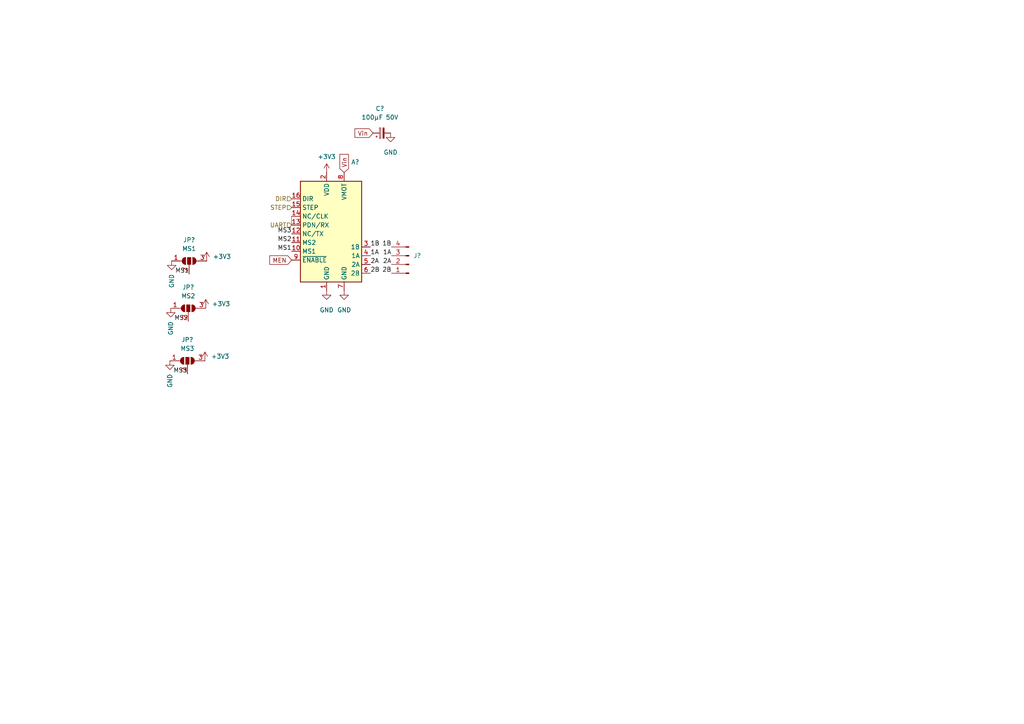
<source format=kicad_sch>
(kicad_sch (version 20211123) (generator eeschema)
  (paper "A4")
  (lib_symbols
    (symbol "Connector:Conn_01x04_Male" (pin_names (offset 1.016) hide)
      (property "Reference" "J" (at 0 5.08 0))
      (property "Value" "Conn_01x04_Male" (at 0 -7.62 0))
      (symbol "Conn_01x04_Male_1_1"
        (polyline (pts (xy 1.27 -5.08) (xy 0.8636 -5.08)) (stroke (width 0.1524)))
        (polyline (pts (xy 1.27 -2.54) (xy 0.8636 -2.54)) (stroke (width 0.1524)))
        (polyline (pts (xy 1.27 0) (xy 0.8636 0)) (stroke (width 0.1524)))
        (polyline (pts (xy 1.27 2.54) (xy 0.8636 2.54)) (stroke (width 0.1524)))
        (rectangle (start 0.8636 -4.953) (end 0 -5.207) (stroke (width 0.1524)) (fill (type outline)))
        (rectangle (start 0.8636 -2.413) (end 0 -2.667) (stroke (width 0.1524)) (fill (type outline)))
        (rectangle (start 0.8636 0.127) (end 0 -0.127) (stroke (width 0.1524)) (fill (type outline)))
        (rectangle (start 0.8636 2.667) (end 0 2.413) (stroke (width 0.1524)) (fill (type outline)))
        (pin passive line (at 5.08 2.54 180) (length 3.81) (name "Pin_1") (number "1"))
        (pin passive line (at 5.08 0 180) (length 3.81) (name "Pin_2") (number "2"))
        (pin passive line (at 5.08 -2.54 180) (length 3.81) (name "Pin_3") (number "3"))
        (pin passive line (at 5.08 -5.08 180) (length 3.81) (name "Pin_4") (number "4"))
      )
    )
    (symbol "Device:C_Polarized_Small" (pin_numbers hide) (pin_names (offset 0.254) hide)
      (property "Reference" "C" (at 0.254 1.778 0))
      (property "Value" "C_Polarized_Small" (at 0.254 -2.032 0))
      (symbol "C_Polarized_Small_0_1"
        (rectangle (start -1.524 -0.3048) (end 1.524 -0.6858) (fill (type outline)))
        (rectangle (start -1.524 0.6858) (end 1.524 0.3048))
        (polyline (pts (xy -1.27 1.524) (xy -0.762 1.524)))
        (polyline (pts (xy -1.016 1.27) (xy -1.016 1.778)))
      )
      (symbol "C_Polarized_Small_1_1"
        (pin passive line (at 0 2.54 270) (length 1.8542) (name "~") (number "1"))
        (pin passive line (at 0 -2.54 90) (length 1.8542) (name "~") (number "2"))
      )
    )
    (symbol "Jumper:SolderJumper_3_Open" (pin_names (offset 0) hide)
      (property "Reference" "JP" (at -2.54 -2.54 0))
      (property "Value" "SolderJumper_3_Open" (at 0 2.794 0))
      (symbol "SolderJumper_3_Open_0_1"
        (arc (start -1.016 1.016) (mid -2.032 0) (end -1.016 -1.016))
        (arc (start -1.016 1.016) (mid -2.032 0) (end -1.016 -1.016) (fill (type outline)))
        (rectangle (start -0.508 1.016) (end 0.508 -1.016) (fill (type outline)))
        (polyline (pts (xy -2.54 0) (xy -2.032 0)))
        (polyline (pts (xy -1.016 1.016) (xy -1.016 -1.016)))
        (polyline (pts (xy 0 -1.27) (xy 0 -1.016)))
        (polyline (pts (xy 1.016 1.016) (xy 1.016 -1.016)))
        (polyline (pts (xy 2.54 0) (xy 2.032 0)))
        (arc (start 1.016 -1.016) (mid 2.032 0) (end 1.016 1.016))
        (arc (start 1.016 -1.016) (mid 2.032 0) (end 1.016 1.016) (fill (type outline)))
      )
      (symbol "SolderJumper_3_Open_1_1"
        (pin passive line (at -5.08 0 0) (length 2.54) (name "A") (number "1"))
        (pin passive line (at 0 -3.81 90) (length 2.54) (name "C") (number "2"))
        (pin passive line (at 5.08 0 180) (length 2.54) (name "B") (number "3"))
      )
    )
    (symbol "TMCSockets:MKS_TMC2208"
      (property "Reference" "A" (at 10.16 19.05 0))
      (property "Value" "MKS_TMC2208" (at 10.16 15.24 0))
      (symbol "MKS_TMC2208_0_1"
        (rectangle (start -8.89 13.97) (end 8.89 -15.24) (stroke (width 0.254)) (fill (type background)))
      )
      (symbol "MKS_TMC2208_1_1"
        (pin power_in line (at -1.27 -17.78 90) (length 2.54) (name "GND") (number "1"))
        (pin input line (at -11.43 -6.35 0) (length 2.54) (name "MS1") (number "10"))
        (pin input line (at -11.43 -3.81 0) (length 2.54) (name "MS2") (number "11"))
        (pin input line (at -11.43 -1.27 0) (length 2.54) (name "NC/TX") (number "12"))
        (pin input line (at -11.43 1.27 0) (length 2.54) (name "PDN/RX") (number "13"))
        (pin input line (at -11.43 3.81 0) (length 2.54) (name "NC/CLK") (number "14"))
        (pin input line (at -11.43 6.35 0) (length 2.54) (name "STEP") (number "15"))
        (pin input line (at -11.43 8.89 0) (length 2.54) (name "DIR") (number "16"))
        (pin power_in line (at -1.27 16.51 270) (length 2.54) (name "VDD") (number "2"))
        (pin output line (at 11.43 -5.08 180) (length 2.54) (name "1B") (number "3"))
        (pin output line (at 11.43 -7.62 180) (length 2.54) (name "1A") (number "4"))
        (pin output line (at 11.43 -10.16 180) (length 2.54) (name "2A") (number "5"))
        (pin output line (at 11.43 -12.7 180) (length 2.54) (name "2B") (number "6"))
        (pin power_in line (at 3.81 -17.78 90) (length 2.54) (name "GND") (number "7"))
        (pin power_in line (at 3.81 16.51 270) (length 2.54) (name "VMOT") (number "8"))
        (pin input line (at -11.43 -8.89 0) (length 2.54) (name "~{ENABLE}") (number "9"))
      )
    )
    (symbol "power:+3V3" (power) (pin_names (offset 0))
      (property "Value" "+3V3" (at 0 3.556 0))
      (symbol "+3V3_0_1"
        (polyline (pts (xy -0.762 1.27) (xy 0 2.54)))
        (polyline (pts (xy 0 0) (xy 0 2.54)))
        (polyline (pts (xy 0 2.54) (xy 0.762 1.27)))
      )
      (symbol "+3V3_1_1"
        (pin power_in line (at 0 0 90) (length 0) hide (name "+3V3") (number "1"))
      )
    )
    (symbol "power:GND" (power) (pin_names (offset 0))
      (property "Value" "GND" (at 0 -3.81 0))
      (symbol "GND_0_1"
        (polyline (pts (xy 0 0) (xy 0 -1.27) (xy 1.27 -1.27) (xy 0 -2.54) (xy -1.27 -1.27) (xy 0 -1.27)))
      )
      (symbol "GND_1_1"
        (pin power_in line (at 0 0 270) (length 0) hide (name "GND") (number "1"))
      )
    )
  )
  (wire (pts (xy 84.582 62.738) (xy 84.582 65.278)))
  (label "MS1" (at 54.864 79.502 180))
  (label "MS2" (at 54.61 93.218 180))
  (label "1A" (at 113.538 74.168 180))
  (label "MS3" (at 54.356 108.458 180))
  (label "1A" (at 107.442 74.168 0))
  (label "2A" (at 107.442 76.708 0))
  (label "1B" (at 107.442 71.628 0))
  (label "2A" (at 113.538 76.708 180))
  (label "1B" (at 113.538 71.628 180))
  (label "2B" (at 113.538 79.248 180))
  (label "MS3" (at 84.582 67.818 180))
  (label "MS1" (at 84.582 72.898 180))
  (label "MS2" (at 84.582 70.358 180))
  (label "2B" (at 107.442 79.248 0))
  (global_label "Vin" (shape input) (at 108.204 38.608 180) (property "Intersheet References" "${INTERSHEET_REFS}" (effects hide)))
  (global_label "Vin" (shape input) (at 99.822 50.038 90) (property "Intersheet References" "${INTERSHEET_REFS}" (effects hide)))
  (global_label "MEN" (shape input) (at 84.582 75.438 180) (property "Intersheet References" "${INTERSHEET_REFS}" (effects hide)))
  (hierarchical_label "UART" (shape input) (at 84.582 65.278 180))
  (hierarchical_label "STEP" (shape input) (at 84.582 60.198 180))
  (hierarchical_label "DIR" (shape input) (at 84.582 57.658 180))
  (symbol (lib_id "power:+3V3") (at 59.944 75.692 0) (unit 1)
    (property "Reference" "#PWR?" (effects hide))
    (property "Value" "+3V3" (at 61.722 74.4219 0) (effects (justify left)))
  )
  (symbol (lib_id "power:GND") (at 49.276 104.648 0) (unit 1)
    (property "Reference" "#PWR?" (effects hide))
    (property "Value" "GND" (at 49.276 112.522 90) (effects (justify left)))
  )
  (symbol (lib_id "Jumper:SolderJumper_3_Open") (at 54.356 104.648 0) (unit 1)
    (property "Reference" "JP?" (at 54.356 98.552 0))
    (property "Value" "MS3" (at 54.356 101.092 0))
    (property "Footprint" "Jumper:SolderJumper-3_P1.3mm_Open_RoundedPad1.0x1.5mm" (effects hide))
  )
  (symbol (lib_id "power:+3V3") (at 59.436 104.648 0) (unit 1)
    (property "Reference" "#PWR?" (effects hide))
    (property "Value" "+3V3" (at 61.214 103.3779 0) (effects (justify left)))
  )
  (symbol (lib_id "power:+3V3") (at 94.742 50.038 0) (unit 1)
    (property "Reference" "#PWR?" (effects hide))
    (property "Value" "+3V3" (at 94.742 45.466 0))
  )
  (symbol (lib_id "power:GND") (at 113.284 38.608 0) (unit 1)
    (property "Reference" "#PWR?" (effects hide))
    (property "Value" "GND" (at 113.284 44.196 0))
  )
  (symbol (lib_id "TMCSockets:MKS_TMC2208") (at 96.012 66.548 0) (unit 1)
    (property "Reference" "A?" (at 101.8414 46.99 0) (effects (justify left)))
  )
  (symbol (lib_id "power:GND") (at 99.822 84.328 0) (unit 1)
    (property "Reference" "#PWR?" (effects hide))
    (property "Value" "GND" (at 99.822 89.916 0))
  )
  (symbol (lib_id "Jumper:SolderJumper_3_Open") (at 54.864 75.692 0) (unit 1)
    (property "Reference" "JP?" (at 54.864 69.596 0))
    (property "Value" "MS1" (at 54.864 72.136 0))
    (property "Footprint" "Jumper:SolderJumper-3_P1.3mm_Open_RoundedPad1.0x1.5mm" (effects hide))
  )
  (symbol (lib_id "power:+3V3") (at 59.69 89.408 0) (unit 1)
    (property "Reference" "#PWR?" (effects hide))
    (property "Value" "+3V3" (at 61.468 88.1379 0) (effects (justify left)))
  )
  (symbol (lib_id "power:GND") (at 94.742 84.328 0) (unit 1)
    (property "Reference" "#PWR?" (effects hide))
    (property "Value" "GND" (at 94.742 89.916 0))
  )
  (symbol (lib_id "Connector:Conn_01x04_Male") (at 118.618 76.708 180) (unit 1)
    (property "Reference" "J?" (at 119.888 74.1679 0) (effects (justify right)))
    (property "Value" "${SHEETNAME}" (at 119.888 76.7079 0) (effects (justify right)))
    (property "Footprint" "Connector_JST:JST_XH_B4B-XH-A_1x04_P2.50mm_Vertical" (effects hide))
  )
  (symbol (lib_id "power:GND") (at 49.784 75.692 0) (unit 1)
    (property "Reference" "#PWR?" (effects hide))
    (property "Value" "GND" (at 49.784 83.566 90) (effects (justify left)))
  )
  (symbol (lib_id "Jumper:SolderJumper_3_Open") (at 54.61 89.408 0) (unit 1)
    (property "Reference" "JP?" (at 54.61 83.312 0))
    (property "Value" "MS2" (at 54.61 85.852 0))
    (property "Footprint" "Jumper:SolderJumper-3_P1.3mm_Open_RoundedPad1.0x1.5mm" (effects hide))
  )
  (symbol (lib_id "power:GND") (at 49.53 89.408 0) (unit 1)
    (property "Reference" "#PWR?" (effects hide))
    (property "Value" "GND" (at 49.53 97.282 90) (effects (justify left)))
  )
  (symbol (lib_id "Device:C_Polarized_Small") (at 110.744 38.608 90) (unit 1)
    (property "Reference" "C?" (at 110.1979 31.496 90))
    (property "Value" "100µF 50V" (at 110.1979 34.036 90))
    (property "Footprint" "Capacitor_SMD:CP_Elec_6.3x7.7" (effects hide))
  )
)
</source>
